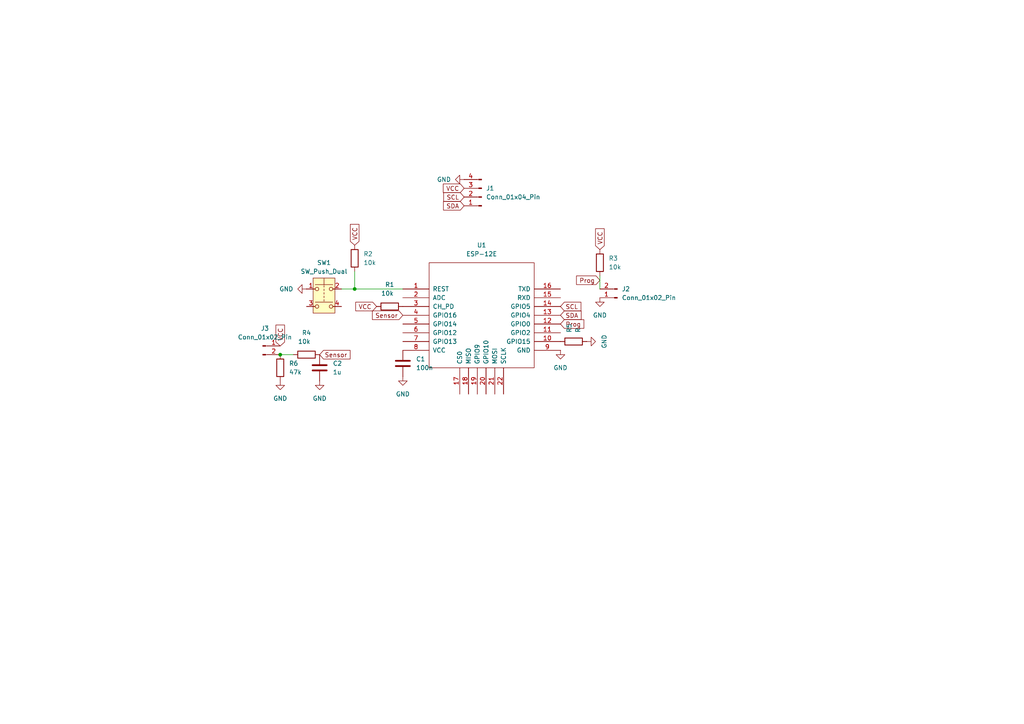
<source format=kicad_sch>
(kicad_sch (version 20231120) (generator "eeschema") (generator_version "8.0")
  (paper "A4")
  (lib_symbols
    (symbol "Connector:Conn_01x02_Pin" (pin_names (offset 1.016) hide)
      (property "Reference" "J" (at 0 2.54 0))
      (property "Value" "Conn_01x02_Pin" (at 0 -5.08 0))
      (symbol "Conn_01x02_Pin_1_1"
        (polyline (pts (xy 1.27 -2.54) (xy 0.8636 -2.54)) (stroke (width 0.1524)))
        (polyline (pts (xy 1.27 0) (xy 0.8636 0)) (stroke (width 0.1524)))
        (rectangle (start 0.8636 -2.413) (end 0 -2.667) (stroke (width 0.1524)) (fill (type outline)))
        (rectangle (start 0.8636 0.127) (end 0 -0.127) (stroke (width 0.1524)) (fill (type outline)))
        (pin passive line (at 5.08 0 180) (length 3.81) (name "Pin_1") (number "1"))
        (pin passive line (at 5.08 -2.54 180) (length 3.81) (name "Pin_2") (number "2"))
      )
    )
    (symbol "Connector:Conn_01x04_Pin" (pin_names (offset 1.016) hide)
      (property "Reference" "J" (at 0 5.08 0))
      (property "Value" "Conn_01x04_Pin" (at 0 -7.62 0))
      (symbol "Conn_01x04_Pin_1_1"
        (polyline (pts (xy 1.27 -5.08) (xy 0.8636 -5.08)) (stroke (width 0.1524)))
        (polyline (pts (xy 1.27 -2.54) (xy 0.8636 -2.54)) (stroke (width 0.1524)))
        (polyline (pts (xy 1.27 0) (xy 0.8636 0)) (stroke (width 0.1524)))
        (polyline (pts (xy 1.27 2.54) (xy 0.8636 2.54)) (stroke (width 0.1524)))
        (rectangle (start 0.8636 -4.953) (end 0 -5.207) (stroke (width 0.1524)) (fill (type outline)))
        (rectangle (start 0.8636 -2.413) (end 0 -2.667) (stroke (width 0.1524)) (fill (type outline)))
        (rectangle (start 0.8636 0.127) (end 0 -0.127) (stroke (width 0.1524)) (fill (type outline)))
        (rectangle (start 0.8636 2.667) (end 0 2.413) (stroke (width 0.1524)) (fill (type outline)))
        (pin passive line (at 5.08 2.54 180) (length 3.81) (name "Pin_1") (number "1"))
        (pin passive line (at 5.08 0 180) (length 3.81) (name "Pin_2") (number "2"))
        (pin passive line (at 5.08 -2.54 180) (length 3.81) (name "Pin_3") (number "3"))
        (pin passive line (at 5.08 -5.08 180) (length 3.81) (name "Pin_4") (number "4"))
      )
    )
    (symbol "Device:C" (pin_numbers hide) (pin_names (offset 0.254))
      (property "Reference" "C" (at 0.635 2.54 0))
      (property "Value" "C" (at 0.635 -2.54 0))
      (symbol "C_0_1"
        (polyline (pts (xy -2.032 -0.762) (xy 2.032 -0.762)) (stroke (width 0.508)))
        (polyline (pts (xy -2.032 0.762) (xy 2.032 0.762)) (stroke (width 0.508)))
      )
      (symbol "C_1_1"
        (pin passive line (at 0 3.81 270) (length 2.794) (name "~") (number "1"))
        (pin passive line (at 0 -3.81 90) (length 2.794) (name "~") (number "2"))
      )
    )
    (symbol "Device:R" (pin_numbers hide) (pin_names (offset 0))
      (property "Reference" "R" (at 2.032 0 90))
      (property "Value" "R" (at 0 0 90))
      (symbol "R_0_1"
        (rectangle (start -1.016 -2.54) (end 1.016 2.54) (stroke (width 0.254)))
      )
      (symbol "R_1_1"
        (pin passive line (at 0 3.81 270) (length 1.27) (name "~") (number "1"))
        (pin passive line (at 0 -3.81 90) (length 1.27) (name "~") (number "2"))
      )
    )
    (symbol "ESP8266:ESP-12E" (pin_names (offset 1.016))
      (property "Reference" "U" (at 0 -2.54 0))
      (property "Value" "ESP-12E" (at 0 2.54 0))
      (symbol "ESP-12E_1_0"
        (rectangle (start -15.24 -15.24) (end 15.24 15.24))
      )
      (symbol "ESP-12E_1_1"
        (pin input line (at -22.86 7.62 0) (length 7.62) (name "REST") (number "1"))
        (pin bidirectional line (at 22.86 -7.62 180) (length 7.62) (name "GPIO15") (number "10"))
        (pin bidirectional line (at 22.86 -5.08 180) (length 7.62) (name "GPIO2") (number "11"))
        (pin bidirectional line (at 22.86 -2.54 180) (length 7.62) (name "GPIO0") (number "12"))
        (pin bidirectional line (at 22.86 0 180) (length 7.62) (name "GPIO4") (number "13"))
        (pin bidirectional line (at 22.86 2.54 180) (length 7.62) (name "GPIO5") (number "14"))
        (pin input line (at 22.86 5.08 180) (length 7.62) (name "RXD") (number "15"))
        (pin output line (at 22.86 7.62 180) (length 7.62) (name "TXD") (number "16"))
        (pin bidirectional line (at -6.35 -22.86 90) (length 7.62) (name "CS0") (number "17"))
        (pin bidirectional line (at -3.81 -22.86 90) (length 7.62) (name "MISO") (number "18"))
        (pin bidirectional line (at -1.27 -22.86 90) (length 7.62) (name "GPIO9") (number "19"))
        (pin passive line (at -22.86 5.08 0) (length 7.62) (name "ADC") (number "2"))
        (pin bidirectional line (at 1.27 -22.86 90) (length 7.62) (name "GPIO10") (number "20"))
        (pin bidirectional line (at 3.81 -22.86 90) (length 7.62) (name "MOSI") (number "21"))
        (pin bidirectional line (at 6.35 -22.86 90) (length 7.62) (name "SCLK") (number "22"))
        (pin input line (at -22.86 2.54 0) (length 7.62) (name "CH_PD") (number "3"))
        (pin bidirectional line (at -22.86 0 0) (length 7.62) (name "GPIO16") (number "4"))
        (pin bidirectional line (at -22.86 -2.54 0) (length 7.62) (name "GPIO14") (number "5"))
        (pin bidirectional line (at -22.86 -5.08 0) (length 7.62) (name "GPIO12") (number "6"))
        (pin bidirectional line (at -22.86 -7.62 0) (length 7.62) (name "GPIO13") (number "7"))
        (pin power_in line (at -22.86 -10.16 0) (length 7.62) (name "VCC") (number "8"))
        (pin power_in line (at 22.86 -10.16 180) (length 7.62) (name "GND") (number "9"))
      )
    )
    (symbol "Switch:SW_Push_Dual" (pin_names (offset 1.016) hide)
      (property "Reference" "SW" (at 0 7.62 0))
      (property "Value" "SW_Push_Dual" (at 0 -6.35 0))
      (symbol "SW_Push_Dual_0_1"
        (circle (center -2.032 -2.54) (radius 0.508))
        (circle (center -2.032 2.54) (radius 0.508))
        (polyline (pts (xy 0 -0.508) (xy 0 -1.016)))
        (polyline (pts (xy 0 0.508) (xy 0 0)))
        (polyline (pts (xy 0 1.016) (xy 0 1.524)))
        (polyline (pts (xy 0 2.032) (xy 0 2.54)))
        (polyline (pts (xy 0 3.048) (xy 0 3.556)))
        (polyline (pts (xy 0 3.81) (xy 0 5.588)))
        (polyline (pts (xy 2.54 -1.27) (xy -2.54 -1.27)))
        (polyline (pts (xy 2.54 3.81) (xy -2.54 3.81)))
        (circle (center 2.032 -2.54) (radius 0.508))
        (circle (center 2.032 2.54) (radius 0.508))
        (pin passive line (at -5.08 2.54 0) (length 2.54) (name "1") (number "1"))
        (pin passive line (at 5.08 2.54 180) (length 2.54) (name "2") (number "2"))
        (pin passive line (at -5.08 -2.54 0) (length 2.54) (name "3") (number "3"))
        (pin passive line (at 5.08 -2.54 180) (length 2.54) (name "4") (number "4"))
      )
      (symbol "SW_Push_Dual_1_1"
        (rectangle (start -3.175 5.715) (end 3.175 -4.445) (fill (type background)))
      )
    )
    (symbol "power:GND" (power) (pin_numbers hide) (pin_names (offset 0) hide)
      (property "Value" "GND" (at 0 -3.81 0))
      (symbol "GND_0_1"
        (polyline (pts (xy 0 0) (xy 0 -1.27) (xy 1.27 -1.27) (xy 0 -2.54) (xy -1.27 -1.27) (xy 0 -1.27)))
      )
      (symbol "GND_1_1"
        (pin power_in line (at 0 0 270) (length 0) (name "~") (number "1"))
      )
    )
  )
  (junction (at 81.28 102.87))
  (junction (at 102.87 83.82))
  (wire (pts (xy 102.87 83.82) (xy 116.84 83.82)))
  (wire (pts (xy 99.06 83.82) (xy 102.87 83.82)))
  (wire (pts (xy 81.28 102.87) (xy 85.09 102.87)))
  (wire (pts (xy 102.87 83.82) (xy 102.87 78.74)))
  (wire (pts (xy 173.99 80.01) (xy 173.99 83.82)))
  (global_label "SCL" (shape input) (at 162.56 88.9 0) (property "Intersheetrefs" "${INTERSHEET_REFS}" (effects (hide yes))))
  (global_label "Sensor" (shape input) (at 92.71 102.87 0) (property "Intersheetrefs" "${INTERSHEET_REFS}" (effects (hide yes))))
  (global_label "VCC" (shape input) (at 173.99 72.39 90) (property "Intersheetrefs" "${INTERSHEET_REFS}" (effects (hide yes))))
  (global_label "VCC" (shape input) (at 102.87 71.12 90) (property "Intersheetrefs" "${INTERSHEET_REFS}" (effects (hide yes))))
  (global_label "Sensor" (shape input) (at 116.84 91.44 180) (property "Intersheetrefs" "${INTERSHEET_REFS}" (effects (hide yes))))
  (global_label "SDA" (shape input) (at 162.56 91.44 0) (property "Intersheetrefs" "${INTERSHEET_REFS}" (effects (hide yes))))
  (global_label "SDA" (shape input) (at 134.62 59.69 180) (property "Intersheetrefs" "${INTERSHEET_REFS}" (effects (hide yes))))
  (global_label "Prog" (shape input) (at 162.56 93.98 0) (property "Intersheetrefs" "${INTERSHEET_REFS}" (effects (hide yes))))
  (global_label "VCC" (shape input) (at 81.28 100.33 90) (property "Intersheetrefs" "${INTERSHEET_REFS}" (effects (hide yes))))
  (global_label "Prog" (shape input) (at 173.99 81.28 180) (property "Intersheetrefs" "${INTERSHEET_REFS}" (effects (hide yes))))
  (global_label "VCC" (shape input) (at 109.22 88.9 180) (property "Intersheetrefs" "${INTERSHEET_REFS}" (effects (hide yes))))
  (global_label "SCL" (shape input) (at 134.62 57.15 180) (property "Intersheetrefs" "${INTERSHEET_REFS}" (effects (hide yes))))
  (global_label "VCC" (shape input) (at 134.62 54.61 180) (property "Intersheetrefs" "${INTERSHEET_REFS}" (effects (hide yes))))
  (symbol (lib_id "Connector:Conn_01x02_Pin") (at 76.2 100.33 0) (unit 1)
    (property "Reference" "J3" (at 76.835 95.25 0))
    (property "Value" "Conn_01x02_Pin" (at 76.835 97.79 0))
    (property "Footprint" "Connector_PinHeader_2.54mm:PinHeader_1x02_P2.54mm_Vertical" (effects (hide yes)))
    (property "Description" "Generic connector, single row, 01x02, script generated" (effects (hide yes)))
  )
  (symbol (lib_id "power:GND") (at 81.28 110.49 0) (unit 1)
    (property "Reference" "#PWR08" (effects (hide yes)))
    (property "Value" "GND" (at 81.28 115.57 0))
    (property "Description" "Power symbol creates a global label with name \"GND\" , ground" (effects (hide yes)))
  )
  (symbol (lib_id "Device:C") (at 92.71 106.68 0) (unit 1)
    (property "Reference" "C2" (at 96.52 105.4099 0) (effects (justify left)))
    (property "Value" "1u" (at 96.52 107.9499 0) (effects (justify left)))
    (property "Footprint" "Capacitor_SMD:C_0805_2012Metric" (effects (hide yes)))
    (property "Description" "Unpolarized capacitor" (effects (hide yes)))
  )
  (symbol (lib_id "power:GND") (at 92.71 110.49 0) (unit 1)
    (property "Reference" "#PWR07" (effects (hide yes)))
    (property "Value" "GND" (at 92.71 115.57 0))
    (property "Description" "Power symbol creates a global label with name \"GND\" , ground" (effects (hide yes)))
  )
  (symbol (lib_id "power:GND") (at 170.18 99.06 90) (unit 1)
    (property "Reference" "#PWR03" (effects (hide yes)))
    (property "Value" "GND" (at 175.26 99.06 0))
    (property "Description" "Power symbol creates a global label with name \"GND\" , ground" (effects (hide yes)))
  )
  (symbol (lib_id "Device:R") (at 81.28 106.68 180) (unit 1)
    (property "Reference" "R6" (at 83.82 105.4099 0) (effects (justify right)))
    (property "Value" "47k	" (at 83.82 107.9499 0) (effects (justify right)))
    (property "Footprint" "Resistor_SMD:R_0805_2012Metric" (effects (hide yes)))
    (property "Description" "Resistor" (effects (hide yes)))
  )
  (symbol (lib_id "Device:R") (at 88.9 102.87 90) (unit 1)
    (property "Reference" "R4" (at 88.9 96.52 90))
    (property "Value" "10k	" (at 88.9 99.06 90))
    (property "Footprint" "Resistor_SMD:R_0805_2012Metric" (effects (hide yes)))
    (property "Description" "Resistor" (effects (hide yes)))
  )
  (symbol (lib_id "ESP8266:ESP-12E") (at 139.7 91.44 0) (unit 1)
    (property "Reference" "U1" (at 139.7 71.12 0))
    (property "Value" "ESP-12E" (at 139.7 73.66 0))
    (property "Footprint" "ESP8266:ESP-12E" (effects (hide yes)))
    (property "Datasheet" "http://l0l.org.uk/2014/12/esp8266-modules-hardware-guide-gotta-catch-em-all/" (effects (hide yes)))
    (property "Description" "ESP8266 ESP-12E module, 22 pins, 2mm, PCB antenna" (effects (hide yes)))
  )
  (symbol (lib_id "power:GND") (at 162.56 101.6 0) (unit 1)
    (property "Reference" "#PWR02" (effects (hide yes)))
    (property "Value" "GND" (at 162.56 106.68 0))
    (property "Description" "Power symbol creates a global label with name \"GND\" , ground" (effects (hide yes)))
  )
  (symbol (lib_id "Device:R") (at 102.87 74.93 0) (unit 1)
    (property "Reference" "R2" (at 105.41 73.6599 0) (effects (justify left)))
    (property "Value" "10k	" (at 105.41 76.1999 0) (effects (justify left)))
    (property "Footprint" "Resistor_SMD:R_0805_2012Metric" (effects (hide yes)))
    (property "Description" "Resistor" (effects (hide yes)))
  )
  (symbol (lib_id "Switch:SW_Push_Dual") (at 93.98 86.36 0) (unit 1)
    (property "Reference" "SW1" (at 93.98 76.2 0))
    (property "Value" "SW_Push_Dual" (at 93.98 78.74 0))
    (property "Footprint" "Button_Switch_THT:SW_PUSH_6mm" (effects (hide yes)))
    (property "Description" "Push button switch, generic, symbol, four pins" (effects (hide yes)))
  )
  (symbol (lib_id "power:GND") (at 116.84 109.22 0) (unit 1)
    (property "Reference" "#PWR01" (effects (hide yes)))
    (property "Value" "GND" (at 116.84 114.3 0))
    (property "Description" "Power symbol creates a global label with name \"GND\" , ground" (effects (hide yes)))
  )
  (symbol (lib_id "Device:C") (at 116.84 105.41 0) (unit 1)
    (property "Reference" "C1" (at 120.65 104.1399 0) (effects (justify left)))
    (property "Value" "100n" (at 120.65 106.6799 0) (effects (justify left)))
    (property "Footprint" "Capacitor_SMD:C_0805_2012Metric" (effects (hide yes)))
    (property "Description" "Unpolarized capacitor" (effects (hide yes)))
  )
  (symbol (lib_id "power:GND") (at 134.62 52.07 270) (unit 1)
    (property "Reference" "#PWR06" (effects (hide yes)))
    (property "Value" "GND" (at 130.81 52.0699 90) (effects (justify right)))
    (property "Description" "Power symbol creates a global label with name \"GND\" , ground" (effects (hide yes)))
  )
  (symbol (lib_id "Device:R") (at 173.99 76.2 0) (unit 1)
    (property "Reference" "R3" (at 176.53 74.9299 0) (effects (justify left)))
    (property "Value" "10k	" (at 176.53 77.4699 0) (effects (justify left)))
    (property "Footprint" "Resistor_SMD:R_0805_2012Metric" (effects (hide yes)))
    (property "Description" "Resistor" (effects (hide yes)))
  )
  (symbol (lib_id "power:GND") (at 173.99 86.36 0) (unit 1)
    (property "Reference" "#PWR04" (effects (hide yes)))
    (property "Value" "GND" (at 173.99 91.44 0))
    (property "Description" "Power symbol creates a global label with name \"GND\" , ground" (effects (hide yes)))
  )
  (symbol (lib_id "Device:R") (at 166.37 99.06 90) (unit 1)
    (property "Reference" "R5" (at 165.0999 96.52 0) (effects (justify left)))
    (property "Value" "R" (at 167.6399 96.52 0) (effects (justify left)))
    (property "Footprint" "Resistor_SMD:R_0805_2012Metric" (effects (hide yes)))
    (property "Description" "Resistor" (effects (hide yes)))
  )
  (symbol (lib_id "Device:R") (at 113.03 88.9 90) (unit 1)
    (property "Reference" "R1" (at 113.03 82.55 90))
    (property "Value" "10k	" (at 113.03 85.09 90))
    (property "Footprint" "Resistor_SMD:R_0805_2012Metric" (effects (hide yes)))
    (property "Description" "Resistor" (effects (hide yes)))
  )
  (symbol (lib_id "power:GND") (at 88.9 83.82 270) (unit 1)
    (property "Reference" "#PWR05" (effects (hide yes)))
    (property "Value" "GND" (at 85.09 83.8199 90) (effects (justify right)))
    (property "Description" "Power symbol creates a global label with name \"GND\" , ground" (effects (hide yes)))
  )
  (symbol (lib_id "Connector:Conn_01x02_Pin") (at 179.07 86.36 180) (unit 1)
    (property "Reference" "J2" (at 180.34 83.8199 0) (effects (justify right)))
    (property "Value" "Conn_01x02_Pin" (at 180.34 86.3599 0) (effects (justify right)))
    (property "Footprint" "Connector_PinHeader_2.54mm:PinHeader_1x02_P2.54mm_Vertical" (effects (hide yes)))
    (property "Description" "Generic connector, single row, 01x02, script generated" (effects (hide yes)))
  )
  (symbol (lib_id "Connector:Conn_01x04_Pin") (at 139.7 57.15 180) (unit 1)
    (property "Reference" "J1" (at 140.97 54.6099 0) (effects (justify right)))
    (property "Value" "Conn_01x04_Pin" (at 140.97 57.1499 0) (effects (justify right)))
    (property "Footprint" "Connector_PinSocket_2.54mm:PinSocket_1x04_P2.54mm_Vertical" (effects (hide yes)))
    (property "Description" "Generic connector, single row, 01x04, script generated" (effects (hide yes)))
  )
)
</source>
